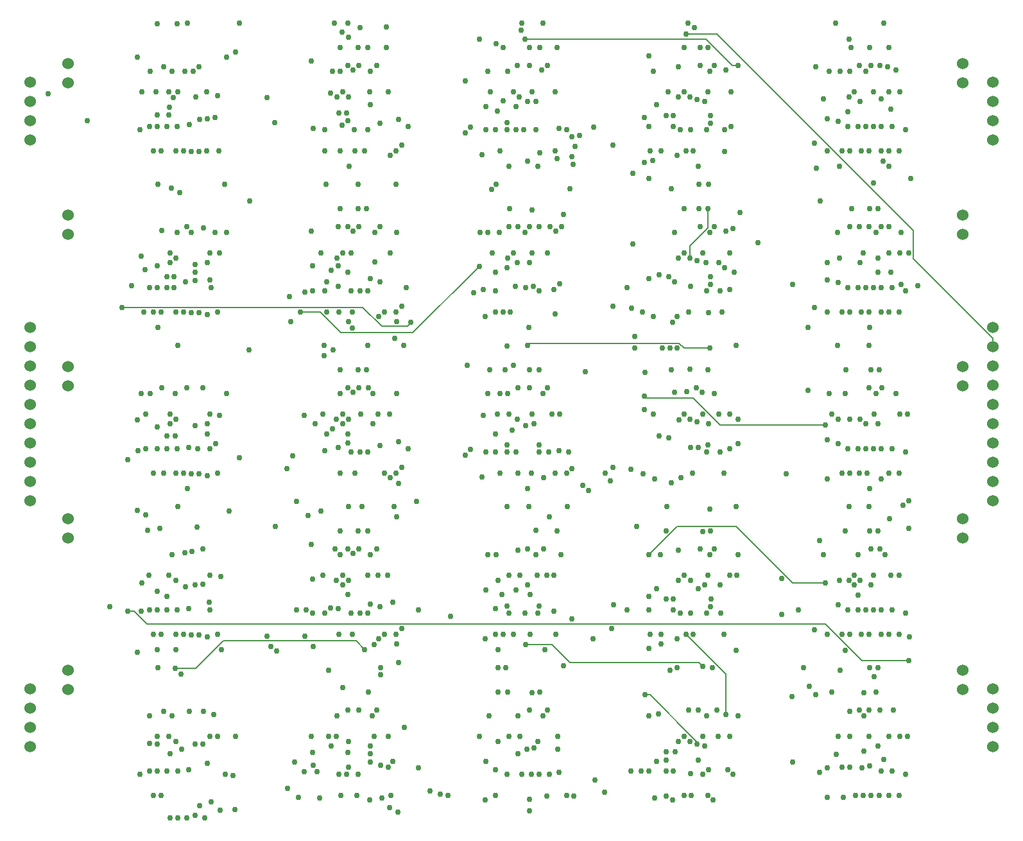
<source format=gbr>
G04 EAGLE Gerber RS-274X export*
G75*
%MOMM*%
%FSLAX34Y34*%
%LPD*%
%INCopper Layer 15*%
%IPPOS*%
%AMOC8*
5,1,8,0,0,1.08239X$1,22.5*%
G01*
%ADD10C,1.524000*%
%ADD11C,0.756400*%
%ADD12C,0.152400*%


D10*
X-100000Y435700D03*
X-100000Y461100D03*
X-100000Y486500D03*
X-100000Y511900D03*
X-100000Y537300D03*
X-100000Y562700D03*
X-100000Y588100D03*
X-100000Y613500D03*
X-100000Y638900D03*
X-100000Y664300D03*
X1170000Y435700D03*
X1170000Y461100D03*
X1170000Y486500D03*
X1170000Y511900D03*
X1170000Y537300D03*
X1170000Y562700D03*
X1170000Y588100D03*
X1170000Y613500D03*
X1170000Y638900D03*
X1170000Y664300D03*
X-100000Y111900D03*
X-100000Y137300D03*
X-100000Y162700D03*
X-100000Y188100D03*
X-100000Y911900D03*
X-100000Y937300D03*
X-100000Y962700D03*
X-100000Y988100D03*
X-50000Y187300D03*
X-50000Y212700D03*
X1130000Y187300D03*
X1130000Y212700D03*
X-50000Y387300D03*
X-50000Y412700D03*
X1130000Y387300D03*
X1130000Y412700D03*
X-50000Y587300D03*
X-50000Y612700D03*
X1130000Y587300D03*
X1130000Y612700D03*
X-50000Y787300D03*
X-50000Y812700D03*
X1130000Y787300D03*
X1130000Y812700D03*
X-50000Y987300D03*
X-50000Y1012700D03*
X1130000Y987300D03*
X1130000Y1012700D03*
X1170000Y911900D03*
X1170000Y937300D03*
X1170000Y962700D03*
X1170000Y988100D03*
X1170000Y111900D03*
X1170000Y137300D03*
X1170000Y162700D03*
X1170000Y188100D03*
D11*
X107500Y1066250D03*
X335000Y1060000D03*
X547500Y1056250D03*
X776250Y1060000D03*
X262500Y257500D03*
X212500Y257500D03*
X337500Y428750D03*
X223750Y402500D03*
X362500Y206250D03*
X557500Y428750D03*
X98750Y207500D03*
X800000Y216250D03*
X1018750Y216250D03*
X1007500Y452500D03*
X897500Y471250D03*
X1007500Y665000D03*
X926250Y665000D03*
X920000Y216250D03*
X1025000Y883750D03*
X320000Y672500D03*
X243750Y672500D03*
X557500Y665000D03*
X332500Y853750D03*
X190000Y831250D03*
X508750Y846250D03*
X782500Y853750D03*
X906250Y721250D03*
D12*
X817500Y207500D02*
X817500Y153750D01*
X817500Y207500D02*
X765000Y260000D01*
D11*
X93750Y790000D03*
X143750Y790000D03*
X312500Y762500D03*
X112500Y790000D03*
X91250Y577500D03*
X58750Y577500D03*
X87500Y365000D03*
X55000Y397500D03*
X312500Y337500D03*
X358750Y337500D03*
X286250Y337500D03*
X312500Y550000D03*
X358750Y550000D03*
X286250Y550000D03*
X336250Y550000D03*
X283750Y762500D03*
X537500Y762500D03*
X593750Y791250D03*
X562500Y762500D03*
X510000Y762500D03*
X717500Y897500D03*
X732500Y897500D03*
X765000Y897500D03*
X762500Y975000D03*
X793750Y975000D03*
X817500Y1003750D03*
X548750Y1066250D03*
X595000Y1033750D03*
X592500Y897500D03*
X741250Y975000D03*
X607500Y925000D03*
X87500Y1002500D03*
X58750Y1002500D03*
X318750Y1066250D03*
X370000Y1033750D03*
X312500Y975000D03*
X537500Y975000D03*
X562500Y975000D03*
X507500Y975000D03*
X762500Y550000D03*
X808750Y550000D03*
X787500Y550000D03*
X710000Y556250D03*
X762500Y762500D03*
X817500Y791250D03*
X787500Y762500D03*
X828750Y737500D03*
X987500Y975000D03*
X1042500Y1003750D03*
X1012500Y975000D03*
X982500Y1033750D03*
X1042500Y577500D03*
X957500Y550000D03*
X1013750Y550000D03*
X1018750Y737500D03*
X1035000Y737500D03*
X926250Y581250D03*
X936250Y1008750D03*
X987500Y337500D03*
X1035000Y337500D03*
X1012500Y337500D03*
X941250Y383750D03*
X891250Y333750D03*
X87500Y152500D03*
X142500Y153750D03*
X57500Y152500D03*
X531250Y550000D03*
X516250Y550000D03*
X562500Y550000D03*
X762500Y337500D03*
X793750Y337500D03*
X561250Y472500D03*
X592500Y472500D03*
X607500Y472500D03*
X595000Y396250D03*
X543750Y472500D03*
X558750Y42500D03*
X558750Y27500D03*
X762500Y125000D03*
X787500Y125000D03*
X817500Y153750D03*
X717500Y260000D03*
X732500Y260000D03*
X765000Y260000D03*
X593750Y260000D03*
X560000Y260000D03*
X560000Y312500D03*
X565000Y110000D03*
X588750Y550000D03*
X537500Y260000D03*
X282000Y44000D03*
X239500Y56500D03*
X217500Y243750D03*
X273750Y243750D03*
X386250Y222500D03*
X527500Y216250D03*
X603750Y218750D03*
X753750Y216250D03*
X85000Y102500D03*
X57500Y116250D03*
X100000Y108750D03*
X67500Y115000D03*
X117500Y115000D03*
X67500Y125000D03*
X110000Y158750D03*
X76250Y158750D03*
X82500Y125000D03*
X137500Y125000D03*
X128750Y158750D03*
X147500Y125000D03*
X92500Y118750D03*
X293750Y212500D03*
X271250Y125000D03*
X297500Y112500D03*
X318750Y103750D03*
X272500Y103750D03*
X348750Y102500D03*
X393750Y137500D03*
X348750Y112500D03*
X293750Y125000D03*
X318750Y160000D03*
X351250Y152500D03*
X305000Y152500D03*
X333750Y160000D03*
X357500Y160000D03*
X312500Y190000D03*
X346250Y183750D03*
X372500Y125000D03*
X320000Y118750D03*
X517500Y216250D03*
X517500Y183750D03*
X543750Y102500D03*
X555000Y108750D03*
X505000Y152500D03*
X562500Y182500D03*
X530000Y183750D03*
X570000Y118750D03*
X517500Y118750D03*
X576250Y152500D03*
X543750Y152500D03*
X558750Y160000D03*
X582500Y160000D03*
X531250Y125000D03*
X572500Y183750D03*
X596250Y125000D03*
X546250Y125000D03*
D12*
X780000Y117500D02*
X780000Y115000D01*
X780000Y117500D02*
X717500Y180000D01*
X711250Y180000D01*
D11*
X743750Y212500D03*
X711250Y180000D03*
X780000Y115000D03*
X790000Y112500D03*
X728750Y155000D03*
X792500Y152500D03*
X738750Y105000D03*
X781250Y93750D03*
X751250Y105000D03*
X807500Y125000D03*
X768750Y160000D03*
X755000Y118750D03*
X781250Y160000D03*
X806250Y160000D03*
X770000Y118750D03*
X822500Y125000D03*
X831250Y238750D03*
X975000Y238750D03*
X1038750Y160000D03*
X1057500Y125000D03*
X1000000Y152500D03*
X1016250Y183750D03*
X1000000Y182500D03*
X1047500Y125000D03*
X1006250Y160000D03*
X1021250Y160000D03*
X981250Y125000D03*
X993750Y160000D03*
X1032500Y125000D03*
X981250Y158750D03*
X1018750Y112500D03*
X966250Y125000D03*
X1006250Y125000D03*
X957500Y183750D03*
X968750Y212500D03*
X936250Y180000D03*
X1000000Y106250D03*
X645000Y67500D03*
X561250Y75000D03*
X657500Y51250D03*
X571250Y75000D03*
X585000Y75000D03*
X617500Y46250D03*
X597500Y77500D03*
X607500Y47500D03*
X171250Y125000D03*
X385000Y25000D03*
X596250Y108750D03*
X501250Y92500D03*
X833750Y152500D03*
X927500Y191250D03*
X1060000Y256250D03*
X716250Y152500D03*
X905000Y177500D03*
X41250Y236250D03*
X225000Y237500D03*
X492500Y125000D03*
X352500Y537500D03*
X513750Y523750D03*
X298750Y531250D03*
X303750Y125000D03*
X353750Y125000D03*
X353750Y246250D03*
X318750Y312500D03*
X127500Y115000D03*
X127500Y326250D03*
X296250Y295000D03*
X522500Y312500D03*
X-25000Y937500D03*
X123750Y938750D03*
X296250Y973750D03*
X348750Y958750D03*
X105000Y725000D03*
X117500Y737500D03*
X297500Y740000D03*
X355000Y751250D03*
X513750Y737500D03*
X523750Y963750D03*
X747500Y671250D03*
X795000Y683750D03*
X1048750Y721250D03*
X1071250Y720000D03*
X747500Y41250D03*
X801250Y41250D03*
X963750Y101250D03*
X581250Y46250D03*
X1026250Y95000D03*
X693750Y690000D03*
X1026250Y1066250D03*
X962500Y1066250D03*
X967500Y877500D03*
X1013750Y203750D03*
X1032500Y877500D03*
X517500Y240000D03*
X578750Y240000D03*
X67500Y240000D03*
X92500Y240000D03*
X152500Y240000D03*
X362500Y216250D03*
X345000Y641250D03*
X287500Y641250D03*
X570000Y877500D03*
X531250Y877500D03*
X733750Y637500D03*
X697500Y637500D03*
X695000Y867500D03*
X392500Y641250D03*
X5000Y296250D03*
X795000Y853750D03*
X45000Y75000D03*
X57500Y80000D03*
X62500Y47500D03*
X67500Y80000D03*
X72500Y47500D03*
X80000Y80000D03*
X85000Y17500D03*
X95000Y80000D03*
X95000Y17500D03*
X106250Y17500D03*
X108750Y81250D03*
X117500Y21250D03*
X123750Y33750D03*
X133750Y90000D03*
X130500Y17500D03*
X151000Y28000D03*
X167500Y73750D03*
X139196Y39196D03*
X170000Y29000D03*
X254000Y45000D03*
X248750Y91250D03*
X273750Y87500D03*
X261250Y78750D03*
X278750Y78750D03*
X157500Y75000D03*
X307500Y75000D03*
X310000Y47500D03*
X317500Y75000D03*
X320000Y85000D03*
X331250Y47500D03*
X363750Y43750D03*
X332500Y75000D03*
X376250Y47500D03*
X348750Y91250D03*
X347500Y41250D03*
X373750Y31250D03*
X362500Y87500D03*
X372500Y85000D03*
X378750Y92500D03*
X412500Y83750D03*
X500000Y41250D03*
X513750Y81250D03*
X427500Y53750D03*
X513750Y47500D03*
X441250Y48750D03*
X451250Y47500D03*
X528750Y75000D03*
X548750Y75000D03*
X692500Y80000D03*
X723750Y43750D03*
X726250Y92500D03*
X738750Y80000D03*
X738750Y46250D03*
X706250Y80000D03*
X748750Y80000D03*
X716250Y80000D03*
X738750Y93750D03*
X771250Y76250D03*
X762500Y47500D03*
X787500Y75000D03*
X772500Y47500D03*
X793750Y47500D03*
X795000Y81250D03*
X906250Y91250D03*
X941250Y77500D03*
X820000Y81250D03*
X827500Y75000D03*
X951250Y83750D03*
X951250Y45000D03*
X971250Y85000D03*
X972500Y45000D03*
X981250Y85000D03*
X988750Y47500D03*
X998750Y47500D03*
X997500Y83750D03*
X1008750Y47500D03*
X1007500Y86250D03*
X1020000Y47500D03*
X1022500Y80000D03*
X1032500Y47500D03*
X1037500Y80000D03*
X1046250Y47500D03*
X1055000Y75000D03*
X46250Y290000D03*
X57500Y292500D03*
X62500Y260000D03*
X67500Y292500D03*
X72500Y260000D03*
X80000Y292500D03*
X92500Y260000D03*
X93750Y292500D03*
X102500Y260000D03*
X112500Y258750D03*
X108750Y293750D03*
X122500Y258750D03*
X133750Y256250D03*
X137500Y292500D03*
X147500Y260000D03*
X136250Y302500D03*
X272500Y287500D03*
X263750Y292500D03*
X251250Y292500D03*
X288750Y287500D03*
X307500Y260000D03*
X306250Y293750D03*
X348750Y300000D03*
X325000Y260000D03*
X323750Y287500D03*
X367500Y260000D03*
X335000Y287500D03*
X382500Y260000D03*
X345000Y287500D03*
X390000Y267500D03*
X361250Y296250D03*
X360000Y253750D03*
X378750Y302500D03*
X383750Y247500D03*
X412500Y292500D03*
X500000Y253750D03*
X513750Y293750D03*
X513750Y260000D03*
X523750Y260000D03*
X528750Y297500D03*
X615000Y280000D03*
X552500Y287500D03*
X571250Y297500D03*
X570000Y287500D03*
X667500Y267500D03*
X591250Y290000D03*
X642500Y253750D03*
X670000Y298750D03*
X687500Y292500D03*
X716250Y310000D03*
X716250Y241250D03*
X732500Y247500D03*
X738750Y306250D03*
X753750Y253750D03*
X716250Y292500D03*
X757500Y287500D03*
X748750Y306250D03*
X771250Y287500D03*
X748750Y292500D03*
X775000Y260000D03*
X798750Y306250D03*
X792500Y287500D03*
X797500Y296250D03*
X811250Y287500D03*
X815000Y260000D03*
X913750Y292500D03*
X891250Y286250D03*
X935000Y266250D03*
X978750Y292500D03*
X951250Y260000D03*
X966250Y298750D03*
X971250Y260000D03*
X981250Y260000D03*
X992500Y292500D03*
X996250Y260000D03*
X1002500Y292500D03*
X1006250Y260000D03*
X1012500Y292500D03*
X1022500Y260000D03*
X1022500Y292500D03*
X1032500Y260000D03*
X1037500Y292500D03*
X1046250Y260000D03*
X1055000Y287500D03*
X42500Y502500D03*
X52500Y505000D03*
X62500Y472500D03*
X67500Y505000D03*
X76250Y472500D03*
X80000Y505000D03*
X92500Y472500D03*
X93750Y505000D03*
X102500Y472500D03*
X112500Y471250D03*
X108750Y506250D03*
X122500Y471250D03*
X133750Y468750D03*
X121250Y505000D03*
X137500Y505000D03*
X147500Y472500D03*
X145000Y511250D03*
X238750Y478750D03*
X246250Y495000D03*
X288750Y502500D03*
X176250Y492500D03*
X308750Y472500D03*
X318750Y512500D03*
X328750Y472500D03*
X323750Y500000D03*
X367500Y472500D03*
X335000Y500000D03*
X382500Y472500D03*
X345000Y500000D03*
X390000Y480000D03*
X361250Y508750D03*
X375000Y466250D03*
X398750Y505000D03*
X386250Y513750D03*
X496250Y467500D03*
X501250Y500000D03*
X513750Y500000D03*
X520000Y472500D03*
X528750Y500000D03*
X528750Y510000D03*
X481250Y503750D03*
X541250Y500000D03*
X473750Y496250D03*
X610000Y500000D03*
X571250Y510000D03*
X571250Y500000D03*
X615000Y478750D03*
X577500Y466250D03*
X668750Y480000D03*
X628750Y456250D03*
X583750Y500000D03*
X658750Y472500D03*
X597500Y502500D03*
X665000Y462500D03*
X692500Y477500D03*
X708750Y471250D03*
X723750Y465000D03*
X730000Y521250D03*
X746250Y460000D03*
X758750Y466250D03*
X742500Y518750D03*
X771250Y506250D03*
X773750Y472500D03*
X781250Y506250D03*
X792500Y500000D03*
X793750Y510000D03*
X810000Y500000D03*
X815000Y472500D03*
X822500Y505000D03*
X833750Y511250D03*
X951250Y465000D03*
X978750Y505000D03*
X951250Y516250D03*
X966250Y511250D03*
X971250Y472500D03*
X981250Y472500D03*
X992500Y505000D03*
X993750Y472500D03*
X1002500Y505000D03*
X1003750Y472500D03*
X1012500Y505000D03*
X1022500Y465000D03*
X1022500Y505000D03*
X1032500Y472500D03*
X1037500Y505000D03*
X1046250Y472500D03*
X1055000Y500000D03*
X50000Y685000D03*
X57500Y717500D03*
X62500Y685000D03*
X67500Y717500D03*
X72500Y685000D03*
X80000Y717500D03*
X92500Y685000D03*
X90000Y717500D03*
X102500Y685000D03*
X112500Y683750D03*
X117500Y726250D03*
X122500Y683750D03*
X133750Y681250D03*
X138750Y717500D03*
X147500Y685000D03*
X137500Y727500D03*
X272500Y712500D03*
X262500Y711250D03*
X288750Y712500D03*
X242500Y705000D03*
X291250Y685000D03*
X307500Y685000D03*
X306250Y718750D03*
X348750Y728750D03*
X325000Y685000D03*
X323750Y712500D03*
X367500Y685000D03*
X335000Y712500D03*
X382500Y685000D03*
X345000Y712500D03*
X390000Y692500D03*
X361250Y725000D03*
X360000Y678750D03*
X396250Y717500D03*
X383750Y672500D03*
X497500Y715000D03*
X500000Y678750D03*
X513750Y712500D03*
X513750Y685000D03*
X523750Y685000D03*
X533750Y685000D03*
X540000Y718750D03*
X485000Y710000D03*
X553750Y717500D03*
X563750Y718750D03*
X571250Y712500D03*
X668750Y692500D03*
X591250Y715000D03*
X592500Y682500D03*
X598750Y722500D03*
X687500Y717500D03*
X716250Y728750D03*
X707500Y685000D03*
X722500Y678750D03*
X730000Y733750D03*
X753750Y678750D03*
X750000Y725000D03*
X742500Y731250D03*
X771250Y718750D03*
X768750Y685000D03*
X797500Y731250D03*
X792500Y712500D03*
X797500Y721250D03*
X810000Y712500D03*
X812500Y685000D03*
X822500Y715000D03*
X951250Y727500D03*
X935000Y691250D03*
X978750Y717500D03*
X951250Y685000D03*
X966250Y723750D03*
X971250Y685000D03*
X981250Y685000D03*
X992500Y717500D03*
X996250Y685000D03*
X1002500Y717500D03*
X1006250Y685000D03*
X1012500Y717500D03*
X1022500Y685000D03*
X1022500Y717500D03*
X1032500Y685000D03*
X1037500Y717500D03*
X1046250Y685000D03*
X1055000Y712500D03*
X45000Y925000D03*
X57500Y930000D03*
X62500Y897500D03*
X67500Y930000D03*
X72500Y897500D03*
X80000Y930000D03*
X92500Y897500D03*
X93750Y930000D03*
X102500Y897500D03*
X112500Y896250D03*
X110000Y932500D03*
X122500Y896250D03*
X132500Y897500D03*
X133750Y940000D03*
X148750Y897500D03*
X143750Y941250D03*
X222500Y935000D03*
X273750Y927500D03*
X288750Y925000D03*
X288750Y897500D03*
X308750Y897500D03*
X311250Y931250D03*
X318750Y937500D03*
X328750Y897500D03*
X341250Y897500D03*
X327500Y925000D03*
X317500Y947500D03*
X382500Y897500D03*
X345000Y925000D03*
X390000Y905000D03*
X361250Y933750D03*
X375000Y891250D03*
X398750Y930000D03*
X386250Y938750D03*
X496250Y892500D03*
X501250Y925000D03*
X513750Y925000D03*
X520000Y897500D03*
X528750Y925000D03*
X528750Y935000D03*
X481250Y928750D03*
X541250Y925000D03*
X473750Y921250D03*
X625000Y917500D03*
X551250Y925000D03*
X615000Y916250D03*
X567500Y925000D03*
X618750Y903750D03*
X572500Y895000D03*
X668750Y905000D03*
X616250Y880000D03*
X643750Y928750D03*
X595000Y887500D03*
X597500Y927500D03*
X615000Y890000D03*
X710000Y941250D03*
X710000Y882500D03*
X721250Y885000D03*
X738750Y943750D03*
X753750Y891250D03*
X716250Y930000D03*
X757500Y925000D03*
X748750Y943750D03*
X771250Y925000D03*
X748750Y930000D03*
X775000Y897500D03*
X797500Y943750D03*
X792500Y925000D03*
X797500Y933750D03*
X816250Y925000D03*
X816250Y896250D03*
X825000Y930000D03*
X951250Y940000D03*
X935000Y907500D03*
X978750Y930000D03*
X951250Y897500D03*
X966250Y936250D03*
X971250Y897500D03*
X981250Y897500D03*
X992500Y930000D03*
X996250Y897500D03*
X1002500Y930000D03*
X1006250Y897500D03*
X1012500Y930000D03*
X1022500Y897500D03*
X1022500Y930000D03*
X1032500Y897500D03*
X1037500Y930000D03*
X1046250Y897500D03*
X1055000Y925000D03*
X531250Y287500D03*
X306250Y506250D03*
X162500Y422500D03*
X283750Y422500D03*
X608750Y428750D03*
X740000Y428750D03*
X831250Y428750D03*
X980000Y428750D03*
X188750Y635000D03*
X300000Y635000D03*
X697500Y652500D03*
X753750Y637500D03*
X831250Y641250D03*
X965000Y641250D03*
X156250Y853750D03*
X290000Y853750D03*
X612500Y847500D03*
X746250Y847500D03*
X68750Y216250D03*
D12*
X37500Y290000D02*
X28750Y290000D01*
X37500Y290000D02*
X53750Y273750D01*
X948750Y273750D01*
X997500Y225000D01*
X1058750Y225000D01*
D11*
X1058750Y225000D03*
X28750Y290000D03*
X176250Y1066250D03*
X301250Y1066250D03*
X52500Y417500D03*
X987500Y325000D03*
X946250Y365000D03*
X1008750Y325000D03*
X1033750Y412500D03*
X1007500Y396250D03*
X975000Y396250D03*
X992500Y311250D03*
X967500Y331250D03*
X1027500Y365000D03*
X992500Y365000D03*
X1008750Y372500D03*
X1021250Y372500D03*
X980000Y331250D03*
X1018750Y396250D03*
X1046250Y337500D03*
X995000Y331250D03*
X380000Y428750D03*
X528750Y428750D03*
X80000Y310000D03*
X47500Y327500D03*
X105000Y322500D03*
X56250Y337500D03*
X117500Y325000D03*
X67500Y316250D03*
X103750Y367500D03*
X71250Y400000D03*
X137500Y337500D03*
X120000Y401250D03*
X82500Y337500D03*
X113750Y368750D03*
X127500Y372500D03*
X151250Y336250D03*
X92500Y331250D03*
X326250Y366250D03*
X271250Y378750D03*
X312500Y325000D03*
X272500Y332500D03*
X332500Y396250D03*
X308750Y396250D03*
X345000Y337500D03*
X302500Y372500D03*
X318750Y372500D03*
X348750Y365000D03*
X308750Y365000D03*
X333750Y372500D03*
X357500Y372500D03*
X303750Y331250D03*
X345000Y396250D03*
X371250Y337500D03*
X320000Y331250D03*
X541250Y318750D03*
X501250Y318750D03*
X556250Y325000D03*
X503750Y365000D03*
X567500Y365000D03*
X515000Y365000D03*
X568750Y337500D03*
X517500Y331250D03*
X581250Y337500D03*
X543750Y371250D03*
X531250Y337500D03*
X556250Y372500D03*
X577500Y372500D03*
X546250Y337500D03*
X591250Y337500D03*
X600000Y365000D03*
X567500Y397500D03*
X781250Y320000D03*
X726250Y320000D03*
X790000Y325000D03*
X731250Y365000D03*
X787500Y395000D03*
X738750Y396250D03*
X796250Y365000D03*
X755000Y371250D03*
X810000Y325000D03*
X832500Y337500D03*
X783750Y372500D03*
X802500Y372500D03*
X755000Y331250D03*
X797500Y396250D03*
X822500Y337500D03*
X771250Y331250D03*
X1051250Y430000D03*
X28750Y490000D03*
X68750Y665000D03*
X80000Y521250D03*
X46250Y577500D03*
X91250Y521250D03*
X52500Y550000D03*
X117500Y535000D03*
X67500Y533750D03*
X106250Y585000D03*
X73750Y585000D03*
X133750Y537500D03*
X85000Y537500D03*
X85000Y550000D03*
X137500Y550000D03*
X127500Y585000D03*
X150000Y548750D03*
X92500Y543750D03*
X326250Y578750D03*
X261250Y548750D03*
X312500Y537500D03*
X276250Y537500D03*
X332500Y608750D03*
X308750Y608750D03*
X318750Y523750D03*
X291250Y523750D03*
X318750Y585000D03*
X352500Y577500D03*
X308750Y577500D03*
X333750Y585000D03*
X346250Y585000D03*
X303750Y543750D03*
X343750Y608750D03*
X373750Y550000D03*
X320000Y543750D03*
X381250Y650000D03*
X528750Y640000D03*
X536250Y528750D03*
X497500Y548750D03*
X553750Y535000D03*
X503750Y577500D03*
X558750Y608750D03*
X526250Y608750D03*
X565000Y537500D03*
X520000Y577500D03*
X543750Y585000D03*
X576250Y577500D03*
X530000Y577500D03*
X558750Y585000D03*
X582500Y585000D03*
X537500Y615000D03*
X571250Y608750D03*
X598750Y550000D03*
X542500Y543750D03*
X743750Y637500D03*
X711250Y605000D03*
X780000Y540000D03*
X756250Y542500D03*
X722500Y550000D03*
X786250Y578750D03*
X746250Y608750D03*
X795000Y537500D03*
X750000Y578750D03*
X802500Y577500D03*
X770000Y610000D03*
X766250Y580000D03*
X778750Y585000D03*
X793750Y608750D03*
X822500Y550000D03*
X770000Y543750D03*
X1008750Y608750D03*
X976250Y608750D03*
X1002500Y537500D03*
X953750Y577500D03*
X1018750Y537500D03*
X966250Y543750D03*
X1016250Y577500D03*
X975000Y577500D03*
X1006250Y585000D03*
X1023750Y585000D03*
X981250Y543750D03*
X1020000Y608750D03*
X1047500Y550000D03*
X995000Y543750D03*
D12*
X338750Y691250D02*
X21250Y691250D01*
X338750Y691250D02*
X363750Y666250D01*
X397500Y666250D01*
X402500Y671250D01*
D11*
X21250Y691250D03*
X402500Y671250D03*
X68750Y853750D03*
X382500Y853750D03*
X515000Y853750D03*
X80000Y731250D03*
X46250Y758750D03*
X90000Y731250D03*
X51250Y741250D03*
X117500Y747500D03*
X67500Y746250D03*
X106250Y797500D03*
X73750Y792500D03*
X133750Y750000D03*
X85000Y750000D03*
X85000Y762500D03*
X137500Y762500D03*
X128750Y796250D03*
X150000Y762500D03*
X92500Y756250D03*
X326250Y791250D03*
X271250Y791250D03*
X306250Y746250D03*
X272500Y746250D03*
X332500Y821250D03*
X308750Y821250D03*
X318750Y737500D03*
X291250Y725000D03*
X318750Y797500D03*
X306250Y797500D03*
X355000Y790000D03*
X333750Y797500D03*
X361250Y797500D03*
X305000Y756250D03*
X343750Y821250D03*
X375000Y762500D03*
X323750Y762500D03*
X528750Y743750D03*
X493750Y790000D03*
X542500Y750000D03*
X503750Y790000D03*
X562500Y820000D03*
X532500Y821250D03*
X558750Y750000D03*
X518750Y790000D03*
X543750Y797500D03*
X531250Y797500D03*
X582500Y762500D03*
X558750Y797500D03*
X571250Y797500D03*
X530000Y756250D03*
X586250Y797500D03*
X601250Y797500D03*
X552500Y790000D03*
X780000Y752500D03*
X816250Y743750D03*
X791250Y750000D03*
X808750Y750000D03*
X782500Y821250D03*
X762500Y821250D03*
X796250Y790000D03*
X750000Y790000D03*
X783750Y797500D03*
X802500Y797500D03*
X755000Y756250D03*
D12*
X793750Y796250D02*
X793750Y821250D01*
X793750Y796250D02*
X770000Y772500D01*
X770000Y756250D01*
D11*
X793750Y821250D03*
X770000Y756250D03*
X822500Y762500D03*
X1007500Y821250D03*
X983750Y821250D03*
X995000Y750000D03*
X951250Y750000D03*
X1016250Y790000D03*
X965000Y790000D03*
X1018750Y756250D03*
X967500Y756250D03*
X993750Y797500D03*
X981250Y797500D03*
X1032500Y762500D03*
X1006250Y797500D03*
X1022500Y797500D03*
X1018750Y821250D03*
X1047500Y762500D03*
X998750Y762500D03*
X1048750Y790000D03*
X1032500Y797500D03*
X1061250Y861250D03*
X86250Y848750D03*
X716250Y861250D03*
X67500Y1065000D03*
X83750Y955000D03*
X47500Y975000D03*
X82500Y945000D03*
X67500Y945000D03*
X118750Y968750D03*
X66250Y975000D03*
X122500Y1008750D03*
X76250Y1008750D03*
X132500Y975000D03*
X88750Y967500D03*
X82500Y975000D03*
X103750Y1002500D03*
X115000Y1002500D03*
X147500Y970000D03*
X95000Y975000D03*
X326250Y1003750D03*
X271250Y1016250D03*
X307500Y947500D03*
X212500Y967500D03*
X332500Y1033750D03*
X308750Y1033750D03*
X347500Y975000D03*
X298750Y1002500D03*
X318750Y1010000D03*
X348750Y1002500D03*
X308750Y1002500D03*
X333750Y1010000D03*
X357500Y1010000D03*
X305000Y968750D03*
X345000Y1033750D03*
X372500Y975000D03*
X320000Y968750D03*
X541250Y956250D03*
X501250Y956250D03*
X556250Y962500D03*
X503750Y1002500D03*
X558750Y1033750D03*
X523750Y1033750D03*
X567500Y962500D03*
X516250Y950000D03*
X542500Y1010000D03*
X575000Y1003750D03*
X530000Y1002500D03*
X558750Y1010000D03*
X582500Y1010000D03*
X515000Y1038750D03*
X572500Y1033750D03*
X592500Y975000D03*
X545000Y968750D03*
X780000Y965000D03*
X722500Y1002500D03*
X790000Y962500D03*
X726250Y958750D03*
X783750Y1033750D03*
X762500Y1033750D03*
X796250Y1002500D03*
X755000Y1008750D03*
X783750Y1010000D03*
X802500Y1010000D03*
X755000Y968750D03*
X793750Y1033750D03*
X825000Y975000D03*
X770000Y968750D03*
X978750Y948750D03*
X946250Y966250D03*
X995000Y962500D03*
X953750Y1002500D03*
X1007500Y1033750D03*
X980000Y1045000D03*
X1022500Y966250D03*
X968750Y1002500D03*
X993750Y1010000D03*
X981250Y1002500D03*
X1032500Y975000D03*
X1008750Y1010000D03*
X1021250Y1010000D03*
X980000Y968750D03*
X1047500Y975000D03*
X1032500Y1033750D03*
X1002500Y1002500D03*
X1031250Y1008750D03*
D12*
X948750Y327500D02*
X906250Y327500D01*
X831250Y402500D01*
X753750Y402500D01*
X716250Y365000D01*
D11*
X948750Y327500D03*
X41250Y423750D03*
X251250Y435000D03*
X410000Y435000D03*
X266250Y416250D03*
X716250Y365000D03*
X1058750Y436250D03*
X107500Y452500D03*
X386250Y458750D03*
X585000Y415000D03*
X383750Y415000D03*
X833750Y365000D03*
X700000Y402500D03*
X1058750Y400000D03*
D12*
X948750Y536250D02*
X810000Y536250D01*
X775000Y571250D01*
X712500Y571250D01*
X710000Y573750D01*
D11*
X948750Y536250D03*
X41250Y542500D03*
X133750Y523750D03*
X476250Y615000D03*
X287500Y627500D03*
X710000Y573750D03*
X833750Y543750D03*
X1057500Y550000D03*
X158750Y577500D03*
X383750Y577500D03*
X506250Y608750D03*
X632500Y606250D03*
D12*
X282500Y685000D02*
X256250Y685000D01*
X282500Y685000D02*
X310000Y657500D01*
X405000Y657500D01*
X492500Y745000D01*
D11*
X33750Y720000D03*
X256250Y685000D03*
X492500Y745000D03*
X695000Y775000D03*
X860000Y776250D03*
X942500Y831250D03*
X1058750Y762500D03*
X158750Y790000D03*
X383750Y790000D03*
X603750Y813750D03*
X827500Y795000D03*
X836250Y816250D03*
D12*
X1170000Y650000D02*
X1170000Y638900D01*
X1170000Y650000D02*
X1065000Y755000D01*
X1065000Y792500D01*
X806250Y1051250D01*
X765000Y1051250D01*
D11*
X716250Y1022500D03*
X765000Y1051250D03*
X41250Y1021250D03*
X171250Y1027500D03*
X473750Y990000D03*
D12*
X826250Y1010000D02*
X833750Y1010000D01*
X826250Y1010000D02*
X791250Y1045000D01*
X552500Y1045000D01*
D11*
X833750Y1010000D03*
X1035000Y952500D03*
X158750Y1021250D03*
X320000Y1047500D03*
X552500Y1045000D03*
X492500Y1045000D03*
X-76250Y972500D03*
X455000Y283750D03*
D12*
X553750Y246250D02*
X588750Y246250D01*
X612500Y222500D01*
X782500Y222500D01*
X787500Y217500D01*
X118750Y215000D02*
X91250Y215000D01*
X118750Y215000D02*
X155000Y251250D01*
X330000Y251250D01*
X341250Y240000D01*
D11*
X91250Y215000D03*
X341250Y240000D03*
X553750Y246250D03*
X787500Y217500D03*
X1007500Y216250D03*
X796250Y425000D03*
X1006250Y428750D03*
X95000Y428750D03*
X320000Y428750D03*
X556250Y452500D03*
X636250Y450000D03*
D12*
X762500Y637500D02*
X796250Y637500D01*
X762500Y637500D02*
X756250Y643750D01*
X558750Y643750D01*
X556250Y641250D01*
D11*
X796250Y637500D03*
X1006250Y641250D03*
X95000Y641250D03*
X325000Y663750D03*
X556250Y641250D03*
X1012500Y855000D03*
X97500Y842500D03*
X321250Y877500D03*
X556250Y883750D03*
X781250Y877500D03*
X937500Y875000D03*
X93750Y1065000D03*
X311250Y1053750D03*
X576250Y1066250D03*
X767500Y1066250D03*
X370000Y1061250D03*
M02*

</source>
